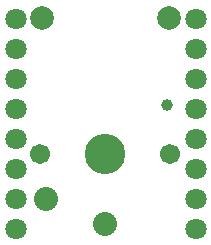
<source format=gbr>
%TF.GenerationSoftware,KiCad,Pcbnew,(6.0.5-0)*%
%TF.CreationDate,2022-06-18T00:21:31+09:00*%
%TF.ProjectId,tinypicokey-lp,74696e79-7069-4636-9f6b-65792d6c702e,rev?*%
%TF.SameCoordinates,Original*%
%TF.FileFunction,Soldermask,Top*%
%TF.FilePolarity,Negative*%
%FSLAX46Y46*%
G04 Gerber Fmt 4.6, Leading zero omitted, Abs format (unit mm)*
G04 Created by KiCad (PCBNEW (6.0.5-0)) date 2022-06-18 00:21:31*
%MOMM*%
%LPD*%
G01*
G04 APERTURE LIST*
%ADD10C,2.000000*%
%ADD11C,3.429000*%
%ADD12C,1.701800*%
%ADD13C,0.990600*%
%ADD14C,2.032000*%
%ADD15C,1.800000*%
G04 APERTURE END LIST*
D10*
%TO.C,*%
X107696000Y-78994000D03*
%TD*%
D11*
%TO.C,SW1*%
X102235000Y-90551000D03*
D12*
X96735000Y-90551000D03*
D13*
X107455000Y-86351000D03*
D12*
X107735000Y-90551000D03*
D14*
X102235000Y-96451000D03*
X97235000Y-94351000D03*
%TD*%
D15*
%TO.C,U1*%
X94680000Y-79060000D03*
X94680000Y-81600000D03*
X94680000Y-84140000D03*
X94680000Y-86680000D03*
X94680000Y-89220000D03*
X94680000Y-91760000D03*
X94680000Y-94300000D03*
X94680000Y-96840000D03*
X109920000Y-96840000D03*
X109920000Y-94300000D03*
X109920000Y-91760000D03*
X109920000Y-89220000D03*
X109920000Y-86680000D03*
X109920000Y-84140000D03*
X109920000Y-81600000D03*
X109920000Y-79060000D03*
%TD*%
D10*
%TO.C,*%
X96901000Y-78994000D03*
%TD*%
M02*

</source>
